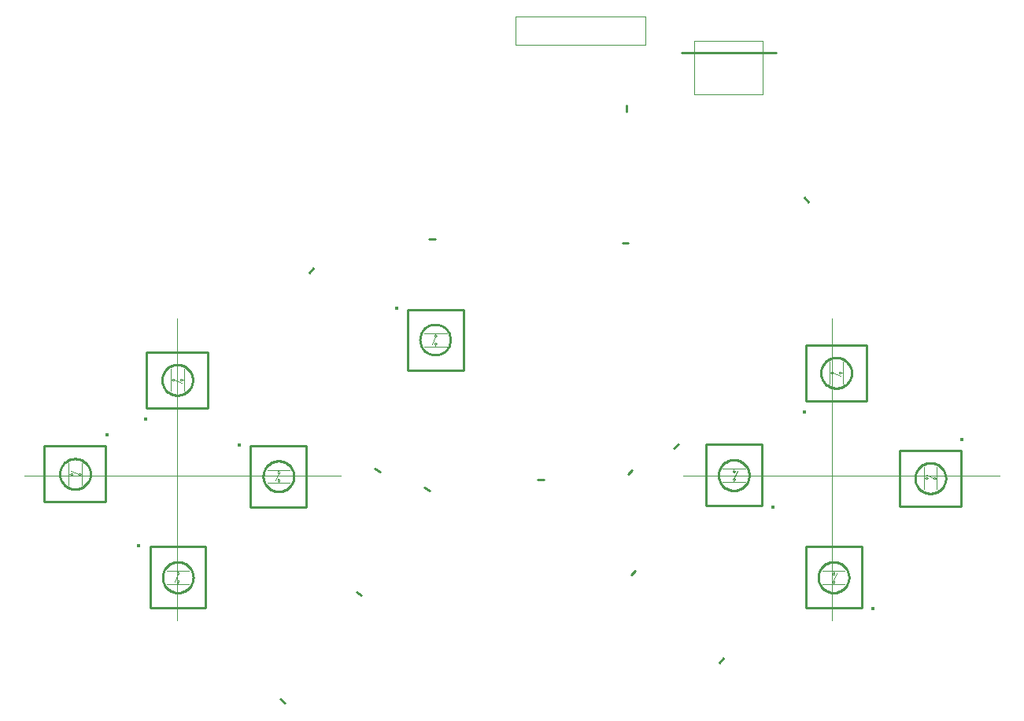
<source format=gbr>
%TF.GenerationSoftware,Novarm,DipTrace,3.0.0.2*%
%TF.CreationDate,2017-10-23T18:09:51+01:00*%
%FSLAX35Y35*%
%MOMM*%
%TF.FileFunction,Drawing,Top*%
%TF.Part,Single*%
%ADD10C,0.25*%
%ADD20C,0.03333*%
%ADD23O,0.4006X0.3995*%
%ADD24C,0.1*%
%ADD25O,0.4002X0.39973*%
%ADD27O,0.39973X0.4002*%
G75*
G01*
%LPD*%
D23*
X5007967Y5531272D3*
X5262951Y5191286D2*
D10*
G02X5262951Y5191286I165043J0D01*
G01*
X5307986Y5261250D2*
D24*
X5548002D1*
X5307986Y5121254D2*
X5548002D1*
X5427994Y5261250D2*
Y5246209D1*
Y5121254D2*
Y5136295D1*
X5418043Y5236238D2*
X5418068Y5236934D1*
X5418140Y5237626D1*
X5418261Y5238311D1*
X5418429Y5238987D1*
X5418644Y5239648D1*
X5418904Y5240294D1*
X5419208Y5240919D1*
X5419555Y5241522D1*
X5419944Y5242099D1*
X5420371Y5242647D1*
X5420836Y5243164D1*
X5421336Y5243648D1*
X5421868Y5244095D1*
X5422430Y5244504D1*
X5423019Y5244873D1*
X5423632Y5245199D1*
X5424266Y5245483D1*
X5424919Y5245721D1*
X5425587Y5245912D1*
X5426266Y5246057D1*
X5426954Y5246154D1*
X5427647Y5246202D1*
X5428341D1*
X5429034Y5246154D1*
X5429722Y5246057D1*
X5430401Y5245912D1*
X5431069Y5245721D1*
X5431722Y5245483D1*
X5432356Y5245199D1*
X5432969Y5244873D1*
X5433558Y5244504D1*
X5434120Y5244095D1*
X5434652Y5243648D1*
X5435152Y5243164D1*
X5435617Y5242647D1*
X5436044Y5242099D1*
X5436433Y5241522D1*
X5436780Y5240919D1*
X5437084Y5240294D1*
X5437345Y5239648D1*
X5437559Y5238987D1*
X5437727Y5238311D1*
X5437848Y5237626D1*
X5437920Y5236934D1*
X5437945Y5236238D1*
X5437920Y5235543D1*
X5437848Y5234851D1*
X5437727Y5234165D1*
X5437559Y5233490D1*
X5437345Y5232828D1*
X5437084Y5232183D1*
X5436780Y5231558D1*
X5436433Y5230955D1*
X5436044Y5230378D1*
X5435617Y5229830D1*
X5435152Y5229313D1*
X5434652Y5228829D1*
X5434120Y5228382D1*
X5433558Y5227973D1*
X5432969Y5227604D1*
X5432356Y5227277D1*
X5431722Y5226994D1*
X5431069Y5226756D1*
X5430401Y5226564D1*
X5429722Y5226420D1*
X5429034Y5226323D1*
X5428341Y5226274D1*
X5427647D1*
X5426954Y5226323D1*
X5426266Y5226420D1*
X5425587Y5226564D1*
X5424919Y5226756D1*
X5424266Y5226994D1*
X5423632Y5227277D1*
X5423019Y5227604D1*
X5422430Y5227973D1*
X5421868Y5228382D1*
X5421336Y5228829D1*
X5420836Y5229313D1*
X5420371Y5229830D1*
X5419944Y5230378D1*
X5419555Y5230955D1*
X5419208Y5231558D1*
X5418904Y5232183D1*
X5418644Y5232828D1*
X5418429Y5233490D1*
X5418261Y5234165D1*
X5418140Y5234851D1*
X5418068Y5235543D1*
X5418043Y5236238D1*
Y5151302D2*
X5418068Y5151998D1*
X5418140Y5152690D1*
X5418261Y5153375D1*
X5418429Y5154050D1*
X5418644Y5154712D1*
X5418904Y5155357D1*
X5419208Y5155983D1*
X5419555Y5156586D1*
X5419944Y5157163D1*
X5420371Y5157711D1*
X5420836Y5158228D1*
X5421336Y5158712D1*
X5421868Y5159159D1*
X5422430Y5159568D1*
X5423019Y5159937D1*
X5423632Y5160263D1*
X5424266Y5160546D1*
X5424919Y5160784D1*
X5425587Y5160976D1*
X5426266Y5161121D1*
X5426954Y5161218D1*
X5427647Y5161266D1*
X5428341D1*
X5429034Y5161218D1*
X5429722Y5161121D1*
X5430401Y5160976D1*
X5431069Y5160784D1*
X5431722Y5160546D1*
X5432356Y5160263D1*
X5432969Y5159937D1*
X5433558Y5159568D1*
X5434120Y5159159D1*
X5434652Y5158712D1*
X5435152Y5158228D1*
X5435617Y5157711D1*
X5436044Y5157163D1*
X5436433Y5156586D1*
X5436780Y5155983D1*
X5437084Y5155357D1*
X5437345Y5154712D1*
X5437559Y5154050D1*
X5437727Y5153375D1*
X5437848Y5152690D1*
X5437920Y5151998D1*
X5437945Y5151302D1*
X5437920Y5150607D1*
X5437848Y5149915D1*
X5437727Y5149229D1*
X5437559Y5148554D1*
X5437345Y5147892D1*
X5437084Y5147247D1*
X5436780Y5146622D1*
X5436433Y5146019D1*
X5436044Y5145442D1*
X5435617Y5144894D1*
X5435152Y5144376D1*
X5434652Y5143893D1*
X5434120Y5143446D1*
X5433558Y5143037D1*
X5432969Y5142668D1*
X5432356Y5142341D1*
X5431722Y5142058D1*
X5431069Y5141820D1*
X5430401Y5141628D1*
X5429722Y5141484D1*
X5429034Y5141387D1*
X5428341Y5141338D1*
X5427647D1*
X5426954Y5141387D1*
X5426266Y5141484D1*
X5425587Y5141628D1*
X5424919Y5141820D1*
X5424266Y5142058D1*
X5423632Y5142341D1*
X5423019Y5142668D1*
X5422430Y5143037D1*
X5421868Y5143446D1*
X5421336Y5143893D1*
X5420836Y5144376D1*
X5420371Y5144894D1*
X5419944Y5145442D1*
X5419555Y5146019D1*
X5419208Y5146622D1*
X5418904Y5147247D1*
X5418644Y5147892D1*
X5418429Y5148554D1*
X5418261Y5149229D1*
X5418140Y5149915D1*
X5418068Y5150607D1*
X5418043Y5151302D1*
X5427994Y5226268D2*
X5392995Y5146231D1*
X5127932Y5521233D2*
D10*
X5727970D1*
Y4861271D1*
X5127932D1*
Y5521233D1*
D25*
X2311010Y4341222D3*
X2485994Y4761280D2*
D10*
X2486396Y4772793D1*
X2487600Y4784249D1*
X2489600Y4795593D1*
X2492386Y4806771D1*
X2495946Y4817726D1*
X2500260Y4828407D1*
X2505309Y4838761D1*
X2511068Y4848737D1*
X2517509Y4858287D1*
X2524600Y4867365D1*
X2532307Y4875925D1*
X2540592Y4883927D1*
X2549415Y4891332D1*
X2558733Y4898103D1*
X2568501Y4904207D1*
X2578670Y4909615D1*
X2589192Y4914301D1*
X2600016Y4918241D1*
X2611087Y4921416D1*
X2622353Y4923811D1*
X2633759Y4925414D1*
X2645249Y4926218D1*
X2656766D1*
X2668256Y4925414D1*
X2679662Y4923811D1*
X2690928Y4921416D1*
X2701999Y4918241D1*
X2712823Y4914301D1*
X2723345Y4909615D1*
X2733514Y4904207D1*
X2743282Y4898103D1*
X2752600Y4891332D1*
X2761423Y4883927D1*
X2769708Y4875925D1*
X2777415Y4867365D1*
X2784506Y4858287D1*
X2790947Y4848737D1*
X2796706Y4838761D1*
X2801755Y4828407D1*
X2806069Y4817726D1*
X2809629Y4806771D1*
X2812415Y4795593D1*
X2814415Y4784249D1*
X2815619Y4772793D1*
X2816021Y4761280D1*
X2815619Y4749768D1*
X2814415Y4738311D1*
X2812415Y4726967D1*
X2809629Y4715789D1*
X2806069Y4704834D1*
X2801755Y4694153D1*
X2796706Y4683799D1*
X2790947Y4673823D1*
X2784506Y4664273D1*
X2777415Y4655196D1*
X2769708Y4646635D1*
X2761423Y4638633D1*
X2752600Y4631228D1*
X2743282Y4624457D1*
X2733514Y4618353D1*
X2723345Y4612945D1*
X2712823Y4608259D1*
X2701999Y4604319D1*
X2690928Y4601144D1*
X2679662Y4598749D1*
X2668256Y4597146D1*
X2656766Y4596342D1*
X2645249D1*
X2633759Y4597146D1*
X2622353Y4598749D1*
X2611087Y4601144D1*
X2600016Y4604319D1*
X2589192Y4608259D1*
X2578670Y4612945D1*
X2568501Y4618353D1*
X2558733Y4624457D1*
X2549415Y4631228D1*
X2540592Y4638633D1*
X2532307Y4646635D1*
X2524600Y4655196D1*
X2517509Y4664273D1*
X2511068Y4673823D1*
X2505309Y4683799D1*
X2500260Y4694153D1*
X2495946Y4704834D1*
X2492386Y4715789D1*
X2489600Y4726967D1*
X2487600Y4738311D1*
X2486396Y4749768D1*
X2485994Y4761280D1*
X2581007Y4641276D2*
D24*
Y4881284D1*
X2721008Y4641276D2*
Y4881284D1*
X2581007Y4761280D2*
X2596049D1*
X2721008D2*
X2705966D1*
X2596049D2*
X2596073Y4761974D1*
X2596146Y4762665D1*
X2596267Y4763349D1*
X2596435Y4764023D1*
X2596650Y4764683D1*
X2596911Y4765327D1*
X2597216Y4765952D1*
X2597564Y4766553D1*
X2597953Y4767129D1*
X2598382Y4767676D1*
X2598847Y4768192D1*
X2599348Y4768675D1*
X2599881Y4769121D1*
X2600444Y4769529D1*
X2601034Y4769897D1*
X2601649Y4770223D1*
X2602284Y4770506D1*
X2602938Y4770743D1*
X2603607Y4770935D1*
X2604288Y4771079D1*
X2604977Y4771176D1*
X2605672Y4771224D1*
X2606367D1*
X2607062Y4771176D1*
X2607751Y4771079D1*
X2608432Y4770935D1*
X2609101Y4770743D1*
X2609755Y4770506D1*
X2610390Y4770223D1*
X2611005Y4769897D1*
X2611595Y4769529D1*
X2612158Y4769121D1*
X2612691Y4768675D1*
X2613192Y4768192D1*
X2613657Y4767676D1*
X2614086Y4767129D1*
X2614475Y4766553D1*
X2614823Y4765952D1*
X2615128Y4765327D1*
X2615389Y4764683D1*
X2615604Y4764023D1*
X2615772Y4763349D1*
X2615893Y4762665D1*
X2615966Y4761974D1*
X2615990Y4761280D1*
X2615966Y4760586D1*
X2615893Y4759895D1*
X2615772Y4759211D1*
X2615604Y4758537D1*
X2615389Y4757877D1*
X2615128Y4757233D1*
X2614823Y4756609D1*
X2614475Y4756007D1*
X2614086Y4755431D1*
X2613657Y4754884D1*
X2613192Y4754368D1*
X2612691Y4753886D1*
X2612158Y4753439D1*
X2611595Y4753031D1*
X2611005Y4752663D1*
X2610390Y4752337D1*
X2609755Y4752054D1*
X2609101Y4751817D1*
X2608432Y4751625D1*
X2607751Y4751481D1*
X2607062Y4751384D1*
X2606367Y4751336D1*
X2605672D1*
X2604977Y4751384D1*
X2604288Y4751481D1*
X2603607Y4751625D1*
X2602938Y4751817D1*
X2602284Y4752054D1*
X2601649Y4752337D1*
X2601034Y4752663D1*
X2600444Y4753031D1*
X2599881Y4753439D1*
X2599348Y4753886D1*
X2598847Y4754368D1*
X2598382Y4754884D1*
X2597953Y4755431D1*
X2597564Y4756007D1*
X2597216Y4756609D1*
X2596911Y4757233D1*
X2596650Y4757877D1*
X2596435Y4758537D1*
X2596267Y4759211D1*
X2596146Y4759895D1*
X2596073Y4760586D1*
X2596049Y4761280D1*
X2680988D2*
X2681012Y4761974D1*
X2681085Y4762665D1*
X2681206Y4763349D1*
X2681374Y4764023D1*
X2681589Y4764683D1*
X2681850Y4765327D1*
X2682155Y4765952D1*
X2682503Y4766553D1*
X2682892Y4767129D1*
X2683321Y4767676D1*
X2683786Y4768192D1*
X2684287Y4768675D1*
X2684820Y4769121D1*
X2685383Y4769529D1*
X2685973Y4769897D1*
X2686588Y4770223D1*
X2687223Y4770506D1*
X2687877Y4770743D1*
X2688546Y4770935D1*
X2689227Y4771079D1*
X2689916Y4771176D1*
X2690611Y4771224D1*
X2691306D1*
X2692001Y4771176D1*
X2692690Y4771079D1*
X2693371Y4770935D1*
X2694040Y4770743D1*
X2694694Y4770506D1*
X2695329Y4770223D1*
X2695944Y4769897D1*
X2696534Y4769529D1*
X2697097Y4769121D1*
X2697630Y4768675D1*
X2698131Y4768192D1*
X2698596Y4767676D1*
X2699025Y4767129D1*
X2699414Y4766553D1*
X2699762Y4765952D1*
X2700067Y4765327D1*
X2700328Y4764683D1*
X2700543Y4764023D1*
X2700711Y4763349D1*
X2700832Y4762665D1*
X2700905Y4761974D1*
X2700929Y4761280D1*
X2700905Y4760586D1*
X2700832Y4759895D1*
X2700711Y4759211D1*
X2700543Y4758537D1*
X2700328Y4757877D1*
X2700067Y4757233D1*
X2699762Y4756609D1*
X2699414Y4756007D1*
X2699025Y4755431D1*
X2698596Y4754884D1*
X2698131Y4754368D1*
X2697630Y4753886D1*
X2697097Y4753439D1*
X2696534Y4753031D1*
X2695944Y4752663D1*
X2695329Y4752337D1*
X2694694Y4752054D1*
X2694040Y4751817D1*
X2693371Y4751625D1*
X2692690Y4751481D1*
X2692001Y4751384D1*
X2691306Y4751336D1*
X2690611D1*
X2689916Y4751384D1*
X2689227Y4751481D1*
X2688546Y4751625D1*
X2687877Y4751817D1*
X2687223Y4752054D1*
X2686588Y4752337D1*
X2685973Y4752663D1*
X2685383Y4753031D1*
X2684820Y4753439D1*
X2684287Y4753886D1*
X2683786Y4754368D1*
X2683321Y4754884D1*
X2682892Y4755431D1*
X2682503Y4756007D1*
X2682155Y4756609D1*
X2681850Y4757233D1*
X2681589Y4757877D1*
X2681374Y4758537D1*
X2681206Y4759211D1*
X2681085Y4759895D1*
X2681012Y4760586D1*
X2680988Y4761280D1*
X2615990D2*
X2696030Y4726282D1*
X2321015Y4461226D2*
D10*
X2981000D1*
Y5061248D1*
X2321015D1*
Y4461226D1*
D25*
X9398510Y4417222D3*
X9573494Y4837280D2*
D10*
X9573896Y4848793D1*
X9575100Y4860249D1*
X9577100Y4871593D1*
X9579886Y4882771D1*
X9583446Y4893726D1*
X9587760Y4904407D1*
X9592809Y4914761D1*
X9598568Y4924737D1*
X9605009Y4934287D1*
X9612100Y4943365D1*
X9619807Y4951925D1*
X9628092Y4959927D1*
X9636915Y4967332D1*
X9646233Y4974103D1*
X9656001Y4980207D1*
X9666170Y4985615D1*
X9676692Y4990301D1*
X9687516Y4994241D1*
X9698587Y4997416D1*
X9709853Y4999811D1*
X9721259Y5001414D1*
X9732749Y5002218D1*
X9744266D1*
X9755756Y5001414D1*
X9767162Y4999811D1*
X9778428Y4997416D1*
X9789499Y4994241D1*
X9800323Y4990301D1*
X9810845Y4985615D1*
X9821014Y4980207D1*
X9830782Y4974103D1*
X9840100Y4967332D1*
X9848923Y4959927D1*
X9857208Y4951925D1*
X9864915Y4943365D1*
X9872006Y4934287D1*
X9878447Y4924737D1*
X9884206Y4914761D1*
X9889255Y4904407D1*
X9893569Y4893726D1*
X9897129Y4882771D1*
X9899915Y4871593D1*
X9901915Y4860249D1*
X9903119Y4848793D1*
X9903521Y4837280D1*
X9903119Y4825768D1*
X9901915Y4814311D1*
X9899915Y4802967D1*
X9897129Y4791789D1*
X9893569Y4780834D1*
X9889255Y4770153D1*
X9884206Y4759799D1*
X9878447Y4749823D1*
X9872006Y4740273D1*
X9864915Y4731196D1*
X9857208Y4722635D1*
X9848923Y4714633D1*
X9840100Y4707228D1*
X9830782Y4700457D1*
X9821014Y4694353D1*
X9810845Y4688945D1*
X9800323Y4684259D1*
X9789499Y4680319D1*
X9778428Y4677144D1*
X9767162Y4674749D1*
X9755756Y4673146D1*
X9744266Y4672342D1*
X9732749D1*
X9721259Y4673146D1*
X9709853Y4674749D1*
X9698587Y4677144D1*
X9687516Y4680319D1*
X9676692Y4684259D1*
X9666170Y4688945D1*
X9656001Y4694353D1*
X9646233Y4700457D1*
X9636915Y4707228D1*
X9628092Y4714633D1*
X9619807Y4722635D1*
X9612100Y4731196D1*
X9605009Y4740273D1*
X9598568Y4749823D1*
X9592809Y4759799D1*
X9587760Y4770153D1*
X9583446Y4780834D1*
X9579886Y4791789D1*
X9577100Y4802967D1*
X9575100Y4814311D1*
X9573896Y4825768D1*
X9573494Y4837280D1*
X9668507Y4717276D2*
D24*
Y4957284D1*
X9808508Y4717276D2*
Y4957284D1*
X9668507Y4837280D2*
X9683549D1*
X9808508D2*
X9793466D1*
X9683549D2*
X9683573Y4837974D1*
X9683646Y4838665D1*
X9683767Y4839349D1*
X9683935Y4840023D1*
X9684150Y4840683D1*
X9684411Y4841327D1*
X9684716Y4841952D1*
X9685064Y4842553D1*
X9685453Y4843129D1*
X9685882Y4843676D1*
X9686347Y4844192D1*
X9686848Y4844675D1*
X9687381Y4845121D1*
X9687944Y4845529D1*
X9688534Y4845897D1*
X9689149Y4846223D1*
X9689784Y4846506D1*
X9690438Y4846743D1*
X9691107Y4846935D1*
X9691788Y4847079D1*
X9692477Y4847176D1*
X9693172Y4847224D1*
X9693867D1*
X9694562Y4847176D1*
X9695251Y4847079D1*
X9695932Y4846935D1*
X9696601Y4846743D1*
X9697255Y4846506D1*
X9697890Y4846223D1*
X9698505Y4845897D1*
X9699095Y4845529D1*
X9699658Y4845121D1*
X9700191Y4844675D1*
X9700692Y4844192D1*
X9701157Y4843676D1*
X9701586Y4843129D1*
X9701975Y4842553D1*
X9702323Y4841952D1*
X9702628Y4841327D1*
X9702889Y4840683D1*
X9703104Y4840023D1*
X9703272Y4839349D1*
X9703393Y4838665D1*
X9703466Y4837974D1*
X9703490Y4837280D1*
X9703466Y4836586D1*
X9703393Y4835895D1*
X9703272Y4835211D1*
X9703104Y4834537D1*
X9702889Y4833877D1*
X9702628Y4833233D1*
X9702323Y4832609D1*
X9701975Y4832007D1*
X9701586Y4831431D1*
X9701157Y4830884D1*
X9700692Y4830368D1*
X9700191Y4829886D1*
X9699658Y4829439D1*
X9699095Y4829031D1*
X9698505Y4828663D1*
X9697890Y4828337D1*
X9697255Y4828054D1*
X9696601Y4827817D1*
X9695932Y4827625D1*
X9695251Y4827481D1*
X9694562Y4827384D1*
X9693867Y4827336D1*
X9693172D1*
X9692477Y4827384D1*
X9691788Y4827481D1*
X9691107Y4827625D1*
X9690438Y4827817D1*
X9689784Y4828054D1*
X9689149Y4828337D1*
X9688534Y4828663D1*
X9687944Y4829031D1*
X9687381Y4829439D1*
X9686848Y4829886D1*
X9686347Y4830368D1*
X9685882Y4830884D1*
X9685453Y4831431D1*
X9685064Y4832007D1*
X9684716Y4832609D1*
X9684411Y4833233D1*
X9684150Y4833877D1*
X9683935Y4834537D1*
X9683767Y4835211D1*
X9683646Y4835895D1*
X9683573Y4836586D1*
X9683549Y4837280D1*
X9768488D2*
X9768512Y4837974D1*
X9768585Y4838665D1*
X9768706Y4839349D1*
X9768874Y4840023D1*
X9769089Y4840683D1*
X9769350Y4841327D1*
X9769655Y4841952D1*
X9770003Y4842553D1*
X9770392Y4843129D1*
X9770821Y4843676D1*
X9771286Y4844192D1*
X9771787Y4844675D1*
X9772320Y4845121D1*
X9772883Y4845529D1*
X9773473Y4845897D1*
X9774088Y4846223D1*
X9774723Y4846506D1*
X9775377Y4846743D1*
X9776046Y4846935D1*
X9776727Y4847079D1*
X9777416Y4847176D1*
X9778111Y4847224D1*
X9778806D1*
X9779501Y4847176D1*
X9780190Y4847079D1*
X9780871Y4846935D1*
X9781540Y4846743D1*
X9782194Y4846506D1*
X9782829Y4846223D1*
X9783444Y4845897D1*
X9784034Y4845529D1*
X9784597Y4845121D1*
X9785130Y4844675D1*
X9785631Y4844192D1*
X9786096Y4843676D1*
X9786525Y4843129D1*
X9786914Y4842553D1*
X9787262Y4841952D1*
X9787567Y4841327D1*
X9787828Y4840683D1*
X9788043Y4840023D1*
X9788211Y4839349D1*
X9788332Y4838665D1*
X9788405Y4837974D1*
X9788429Y4837280D1*
X9788405Y4836586D1*
X9788332Y4835895D1*
X9788211Y4835211D1*
X9788043Y4834537D1*
X9787828Y4833877D1*
X9787567Y4833233D1*
X9787262Y4832609D1*
X9786914Y4832007D1*
X9786525Y4831431D1*
X9786096Y4830884D1*
X9785631Y4830368D1*
X9785130Y4829886D1*
X9784597Y4829439D1*
X9784034Y4829031D1*
X9783444Y4828663D1*
X9782829Y4828337D1*
X9782194Y4828054D1*
X9781540Y4827817D1*
X9780871Y4827625D1*
X9780190Y4827481D1*
X9779501Y4827384D1*
X9778806Y4827336D1*
X9778111D1*
X9777416Y4827384D1*
X9776727Y4827481D1*
X9776046Y4827625D1*
X9775377Y4827817D1*
X9774723Y4828054D1*
X9774088Y4828337D1*
X9773473Y4828663D1*
X9772883Y4829031D1*
X9772320Y4829439D1*
X9771787Y4829886D1*
X9771286Y4830368D1*
X9770821Y4830884D1*
X9770392Y4831431D1*
X9770003Y4832007D1*
X9769655Y4832609D1*
X9769350Y4833233D1*
X9769089Y4833877D1*
X9768874Y4834537D1*
X9768706Y4835211D1*
X9768585Y4835895D1*
X9768512Y4836586D1*
X9768488Y4837280D1*
X9703490D2*
X9783530Y4802282D1*
X9408515Y4537226D2*
D10*
X10068500D1*
Y5137248D1*
X9408515D1*
Y4537226D1*
D27*
X10130550Y2295782D3*
X9545454Y2635780D2*
D10*
X9545856Y2647290D1*
X9547060Y2658745D1*
X9549060Y2670088D1*
X9551847Y2681264D1*
X9555407Y2692218D1*
X9559722Y2702897D1*
X9564772Y2713249D1*
X9570532Y2723224D1*
X9576973Y2732772D1*
X9584066Y2741848D1*
X9591774Y2750408D1*
X9600060Y2758409D1*
X9608884Y2765812D1*
X9618204Y2772582D1*
X9627973Y2778686D1*
X9638144Y2784093D1*
X9648668Y2788778D1*
X9659493Y2792717D1*
X9670566Y2795892D1*
X9681834Y2798286D1*
X9693241Y2799889D1*
X9704732Y2800693D1*
X9716252D1*
X9727743Y2799889D1*
X9739151Y2798286D1*
X9750418Y2795892D1*
X9761492Y2792717D1*
X9772316Y2788778D1*
X9782840Y2784093D1*
X9793011Y2778686D1*
X9802780Y2772582D1*
X9812100Y2765812D1*
X9820924Y2758409D1*
X9829211Y2750408D1*
X9836919Y2741848D1*
X9844011Y2732772D1*
X9850452Y2723224D1*
X9856212Y2713249D1*
X9861262Y2702897D1*
X9865577Y2692218D1*
X9869137Y2681264D1*
X9871924Y2670088D1*
X9873924Y2658745D1*
X9875128Y2647290D1*
X9875530Y2635780D1*
X9875128Y2624269D1*
X9873924Y2612814D1*
X9871924Y2601471D1*
X9869137Y2590296D1*
X9865577Y2579342D1*
X9861262Y2568663D1*
X9856212Y2558311D1*
X9850452Y2548336D1*
X9844011Y2538787D1*
X9836919Y2529711D1*
X9829211Y2521152D1*
X9820924Y2513151D1*
X9812100Y2505747D1*
X9802780Y2498977D1*
X9793011Y2492874D1*
X9782840Y2487467D1*
X9772316Y2482782D1*
X9761492Y2478843D1*
X9750418Y2475668D1*
X9739151Y2473273D1*
X9727743Y2471670D1*
X9716252Y2470867D1*
X9704732D1*
X9693241Y2471670D1*
X9681834Y2473273D1*
X9670566Y2475668D1*
X9659493Y2478843D1*
X9648668Y2482782D1*
X9638144Y2487467D1*
X9627973Y2492874D1*
X9618204Y2498977D1*
X9608884Y2505747D1*
X9600060Y2513151D1*
X9591774Y2521152D1*
X9584066Y2529711D1*
X9576973Y2538787D1*
X9570532Y2548336D1*
X9564772Y2558311D1*
X9559722Y2568663D1*
X9555407Y2579342D1*
X9551847Y2590296D1*
X9549060Y2601471D1*
X9547060Y2612814D1*
X9545856Y2624269D1*
X9545454Y2635780D1*
X9830496Y2565779D2*
D24*
X9590488D1*
X9830496Y2705780D2*
X9590488D1*
X9710492Y2565779D2*
Y2580821D1*
Y2705780D2*
Y2690738D1*
X9700542Y2590792D2*
X9700566Y2591487D1*
X9700639Y2592179D1*
X9700759Y2592865D1*
X9700927Y2593540D1*
X9701142Y2594202D1*
X9701402Y2594847D1*
X9701706Y2595473D1*
X9702054Y2596075D1*
X9702442Y2596652D1*
X9702870Y2597201D1*
X9703334Y2597718D1*
X9703834Y2598201D1*
X9704366Y2598649D1*
X9704928Y2599058D1*
X9705517Y2599426D1*
X9706130Y2599753D1*
X9706765Y2600036D1*
X9707417Y2600274D1*
X9708085Y2600466D1*
X9708764Y2600611D1*
X9709452Y2600708D1*
X9710145Y2600756D1*
X9710839D1*
X9711532Y2600708D1*
X9712220Y2600611D1*
X9712899Y2600466D1*
X9713567Y2600274D1*
X9714220Y2600036D1*
X9714854Y2599753D1*
X9715467Y2599426D1*
X9716056Y2599058D1*
X9716618Y2598649D1*
X9717150Y2598201D1*
X9717650Y2597718D1*
X9718114Y2597201D1*
X9718542Y2596652D1*
X9718930Y2596075D1*
X9719278Y2595473D1*
X9719582Y2594847D1*
X9719842Y2594202D1*
X9720057Y2593540D1*
X9720225Y2592865D1*
X9720346Y2592179D1*
X9720418Y2591487D1*
X9720442Y2590792D1*
X9720418Y2590096D1*
X9720346Y2589404D1*
X9720225Y2588719D1*
X9720057Y2588043D1*
X9719842Y2587382D1*
X9719582Y2586736D1*
X9719278Y2586111D1*
X9718930Y2585508D1*
X9718542Y2584931D1*
X9718114Y2584383D1*
X9717650Y2583866D1*
X9717150Y2583382D1*
X9716618Y2582935D1*
X9716056Y2582526D1*
X9715467Y2582157D1*
X9714854Y2581830D1*
X9714220Y2581547D1*
X9713567Y2581309D1*
X9712899Y2581117D1*
X9712220Y2580973D1*
X9711532Y2580876D1*
X9710839Y2580827D1*
X9710145D1*
X9709452Y2580876D1*
X9708764Y2580973D1*
X9708085Y2581117D1*
X9707417Y2581309D1*
X9706765Y2581547D1*
X9706130Y2581830D1*
X9705517Y2582157D1*
X9704928Y2582526D1*
X9704366Y2582935D1*
X9703834Y2583382D1*
X9703334Y2583866D1*
X9702870Y2584383D1*
X9702442Y2584931D1*
X9702054Y2585508D1*
X9701706Y2586111D1*
X9701402Y2586736D1*
X9701142Y2587382D1*
X9700927Y2588043D1*
X9700759Y2588719D1*
X9700639Y2589404D1*
X9700566Y2590096D1*
X9700542Y2590792D1*
Y2675731D2*
X9700566Y2676426D1*
X9700639Y2677118D1*
X9700759Y2677804D1*
X9700927Y2678479D1*
X9701142Y2679141D1*
X9701402Y2679786D1*
X9701706Y2680412D1*
X9702054Y2681014D1*
X9702442Y2681591D1*
X9702870Y2682140D1*
X9703334Y2682657D1*
X9703834Y2683140D1*
X9704366Y2683588D1*
X9704928Y2683997D1*
X9705517Y2684365D1*
X9706130Y2684692D1*
X9706765Y2684975D1*
X9707417Y2685213D1*
X9708085Y2685405D1*
X9708764Y2685550D1*
X9709452Y2685647D1*
X9710145Y2685695D1*
X9710839D1*
X9711532Y2685647D1*
X9712220Y2685550D1*
X9712899Y2685405D1*
X9713567Y2685213D1*
X9714220Y2684975D1*
X9714854Y2684692D1*
X9715467Y2684365D1*
X9716056Y2683997D1*
X9716618Y2683588D1*
X9717150Y2683140D1*
X9717650Y2682657D1*
X9718114Y2682140D1*
X9718542Y2681591D1*
X9718930Y2681014D1*
X9719278Y2680412D1*
X9719582Y2679786D1*
X9719842Y2679141D1*
X9720057Y2678479D1*
X9720225Y2677804D1*
X9720346Y2677118D1*
X9720418Y2676426D1*
X9720442Y2675731D1*
X9720418Y2675035D1*
X9720346Y2674343D1*
X9720225Y2673658D1*
X9720057Y2672982D1*
X9719842Y2672321D1*
X9719582Y2671675D1*
X9719278Y2671050D1*
X9718930Y2670447D1*
X9718542Y2669870D1*
X9718114Y2669322D1*
X9717650Y2668805D1*
X9717150Y2668321D1*
X9716618Y2667874D1*
X9716056Y2667465D1*
X9715467Y2667096D1*
X9714854Y2666769D1*
X9714220Y2666486D1*
X9713567Y2666248D1*
X9712899Y2666056D1*
X9712220Y2665912D1*
X9711532Y2665815D1*
X9710839Y2665766D1*
X9710145D1*
X9709452Y2665815D1*
X9708764Y2665912D1*
X9708085Y2666056D1*
X9707417Y2666248D1*
X9706765Y2666486D1*
X9706130Y2666769D1*
X9705517Y2667096D1*
X9704928Y2667465D1*
X9704366Y2667874D1*
X9703834Y2668321D1*
X9703334Y2668805D1*
X9702870Y2669322D1*
X9702442Y2669870D1*
X9702054Y2670447D1*
X9701706Y2671050D1*
X9701402Y2671675D1*
X9701142Y2672321D1*
X9700927Y2672982D1*
X9700759Y2673658D1*
X9700639Y2674343D1*
X9700566Y2675035D1*
X9700542Y2675731D1*
X9710492Y2600762D2*
X9745490Y2680802D1*
X10010546Y2305787D2*
D10*
X9410524D1*
Y2965772D1*
X10010546D1*
Y2305787D1*
D25*
X1890990Y4168322D3*
X1385979Y3748264D2*
D10*
X1386381Y3759777D1*
X1387585Y3771233D1*
X1389585Y3782578D1*
X1392371Y3793755D1*
X1395931Y3804711D1*
X1400245Y3815391D1*
X1405294Y3825745D1*
X1411053Y3835721D1*
X1417494Y3845271D1*
X1424585Y3854349D1*
X1432292Y3862909D1*
X1440577Y3870912D1*
X1449400Y3878316D1*
X1458718Y3885087D1*
X1468486Y3891192D1*
X1478655Y3896600D1*
X1489177Y3901285D1*
X1500001Y3905225D1*
X1511072Y3908400D1*
X1522338Y3910795D1*
X1533744Y3912398D1*
X1545234Y3913202D1*
X1556751D1*
X1568241Y3912398D1*
X1579647Y3910795D1*
X1590913Y3908400D1*
X1601984Y3905225D1*
X1612808Y3901285D1*
X1623330Y3896600D1*
X1633499Y3891192D1*
X1643267Y3885087D1*
X1652585Y3878316D1*
X1661408Y3870912D1*
X1669693Y3862909D1*
X1677400Y3854349D1*
X1684491Y3845271D1*
X1690932Y3835721D1*
X1696691Y3825745D1*
X1701740Y3815391D1*
X1706054Y3804711D1*
X1709614Y3793755D1*
X1712400Y3782578D1*
X1714400Y3771233D1*
X1715604Y3759777D1*
X1716006Y3748264D1*
X1715604Y3736752D1*
X1714400Y3725295D1*
X1712400Y3713951D1*
X1709614Y3702774D1*
X1706054Y3691818D1*
X1701740Y3681137D1*
X1696691Y3670784D1*
X1690932Y3660807D1*
X1684491Y3651257D1*
X1677400Y3642180D1*
X1669693Y3633619D1*
X1661408Y3625617D1*
X1652585Y3618212D1*
X1643267Y3611441D1*
X1633499Y3605337D1*
X1623330Y3599929D1*
X1612808Y3595244D1*
X1601984Y3591304D1*
X1590913Y3588129D1*
X1579647Y3585733D1*
X1568241Y3584130D1*
X1556751Y3583327D1*
X1545234D1*
X1533744Y3584130D1*
X1522338Y3585733D1*
X1511072Y3588129D1*
X1500001Y3591304D1*
X1489177Y3595244D1*
X1478655Y3599929D1*
X1468486Y3605337D1*
X1458718Y3611441D1*
X1449400Y3618212D1*
X1440577Y3625617D1*
X1432292Y3633619D1*
X1424585Y3642180D1*
X1417494Y3651257D1*
X1411053Y3660807D1*
X1405294Y3670784D1*
X1400245Y3681137D1*
X1395931Y3691818D1*
X1392371Y3702774D1*
X1389585Y3713951D1*
X1387585Y3725295D1*
X1386381Y3736752D1*
X1385979Y3748264D1*
X1620993Y3868269D2*
D24*
Y3628260D1*
X1480992Y3868269D2*
Y3628260D1*
X1620993Y3748264D2*
X1605951D1*
X1480992D2*
X1496034D1*
X1586010D2*
X1586034Y3748958D1*
X1586107Y3749649D1*
X1586228Y3750333D1*
X1586396Y3751007D1*
X1586611Y3751668D1*
X1586872Y3752311D1*
X1587177Y3752936D1*
X1587525Y3753537D1*
X1587914Y3754113D1*
X1588343Y3754660D1*
X1588808Y3755176D1*
X1589309Y3755659D1*
X1589842Y3756105D1*
X1590405Y3756514D1*
X1590995Y3756882D1*
X1591610Y3757208D1*
X1592245Y3757490D1*
X1592899Y3757728D1*
X1593568Y3757919D1*
X1594249Y3758063D1*
X1594938Y3758160D1*
X1595633Y3758209D1*
X1596328D1*
X1597023Y3758160D1*
X1597712Y3758063D1*
X1598393Y3757919D1*
X1599062Y3757728D1*
X1599716Y3757490D1*
X1600351Y3757208D1*
X1600966Y3756882D1*
X1601556Y3756514D1*
X1602119Y3756105D1*
X1602652Y3755659D1*
X1603153Y3755176D1*
X1603618Y3754660D1*
X1604047Y3754113D1*
X1604436Y3753537D1*
X1604784Y3752936D1*
X1605089Y3752311D1*
X1605350Y3751668D1*
X1605565Y3751007D1*
X1605733Y3750333D1*
X1605854Y3749649D1*
X1605927Y3748958D1*
X1605951Y3748264D1*
X1605927Y3747570D1*
X1605854Y3746880D1*
X1605733Y3746196D1*
X1605565Y3745522D1*
X1605350Y3744861D1*
X1605089Y3744217D1*
X1604784Y3743593D1*
X1604436Y3742991D1*
X1604047Y3742416D1*
X1603618Y3741868D1*
X1603153Y3741352D1*
X1602652Y3740870D1*
X1602119Y3740423D1*
X1601556Y3740015D1*
X1600966Y3739647D1*
X1600351Y3739321D1*
X1599716Y3739039D1*
X1599062Y3738801D1*
X1598393Y3738610D1*
X1597712Y3738465D1*
X1597023Y3738369D1*
X1596328Y3738320D1*
X1595633D1*
X1594938Y3738369D1*
X1594249Y3738465D1*
X1593568Y3738610D1*
X1592899Y3738801D1*
X1592245Y3739039D1*
X1591610Y3739321D1*
X1590995Y3739647D1*
X1590405Y3740015D1*
X1589842Y3740423D1*
X1589309Y3740870D1*
X1588808Y3741352D1*
X1588343Y3741868D1*
X1587914Y3742416D1*
X1587525Y3742991D1*
X1587177Y3743593D1*
X1586872Y3744217D1*
X1586611Y3744861D1*
X1586396Y3745522D1*
X1586228Y3746196D1*
X1586107Y3746880D1*
X1586034Y3747570D1*
X1586010Y3748264D1*
X1501071D2*
X1501095Y3748958D1*
X1501168Y3749649D1*
X1501289Y3750333D1*
X1501457Y3751007D1*
X1501672Y3751668D1*
X1501933Y3752311D1*
X1502238Y3752936D1*
X1502586Y3753537D1*
X1502975Y3754113D1*
X1503404Y3754660D1*
X1503869Y3755176D1*
X1504370Y3755659D1*
X1504903Y3756105D1*
X1505466Y3756514D1*
X1506056Y3756882D1*
X1506671Y3757208D1*
X1507306Y3757490D1*
X1507960Y3757728D1*
X1508629Y3757919D1*
X1509310Y3758063D1*
X1509999Y3758160D1*
X1510694Y3758209D1*
X1511389D1*
X1512084Y3758160D1*
X1512773Y3758063D1*
X1513454Y3757919D1*
X1514123Y3757728D1*
X1514777Y3757490D1*
X1515412Y3757208D1*
X1516027Y3756882D1*
X1516617Y3756514D1*
X1517180Y3756105D1*
X1517713Y3755659D1*
X1518214Y3755176D1*
X1518679Y3754660D1*
X1519108Y3754113D1*
X1519497Y3753537D1*
X1519845Y3752936D1*
X1520150Y3752311D1*
X1520411Y3751668D1*
X1520626Y3751007D1*
X1520794Y3750333D1*
X1520915Y3749649D1*
X1520988Y3748958D1*
X1521012Y3748264D1*
X1520988Y3747570D1*
X1520915Y3746880D1*
X1520794Y3746196D1*
X1520626Y3745522D1*
X1520411Y3744861D1*
X1520150Y3744217D1*
X1519845Y3743593D1*
X1519497Y3742991D1*
X1519108Y3742416D1*
X1518679Y3741868D1*
X1518214Y3741352D1*
X1517713Y3740870D1*
X1517180Y3740423D1*
X1516617Y3740015D1*
X1516027Y3739647D1*
X1515412Y3739321D1*
X1514777Y3739039D1*
X1514123Y3738801D1*
X1513454Y3738610D1*
X1512773Y3738465D1*
X1512084Y3738369D1*
X1511389Y3738320D1*
X1510694D1*
X1509999Y3738369D1*
X1509310Y3738465D1*
X1508629Y3738610D1*
X1507960Y3738801D1*
X1507306Y3739039D1*
X1506671Y3739321D1*
X1506056Y3739647D1*
X1505466Y3740015D1*
X1504903Y3740423D1*
X1504370Y3740870D1*
X1503869Y3741352D1*
X1503404Y3741868D1*
X1502975Y3742416D1*
X1502586Y3742991D1*
X1502238Y3743593D1*
X1501933Y3744217D1*
X1501672Y3744861D1*
X1501457Y3745522D1*
X1501289Y3746196D1*
X1501168Y3746880D1*
X1501095Y3747570D1*
X1501071Y3748264D1*
X1586010D2*
X1505970Y3783262D1*
X1880985Y4048318D2*
D10*
X1221000D1*
Y3448296D1*
X1880985D1*
Y4048318D1*
D27*
X3319450Y4063262D3*
X3574470Y3723265D2*
D10*
X3574872Y3734775D1*
X3576076Y3746230D1*
X3578076Y3757573D1*
X3580863Y3768749D1*
X3584423Y3779703D1*
X3588738Y3790382D1*
X3593788Y3800734D1*
X3599548Y3810709D1*
X3605989Y3820257D1*
X3613081Y3829333D1*
X3620789Y3837893D1*
X3629076Y3845894D1*
X3637900Y3853297D1*
X3647220Y3860067D1*
X3656989Y3866171D1*
X3667160Y3871578D1*
X3677684Y3876263D1*
X3688508Y3880202D1*
X3699582Y3883377D1*
X3710849Y3885771D1*
X3722257Y3887374D1*
X3733748Y3888178D1*
X3745268D1*
X3756759Y3887374D1*
X3768166Y3885771D1*
X3779434Y3883377D1*
X3790507Y3880202D1*
X3801332Y3876263D1*
X3811856Y3871578D1*
X3822027Y3866171D1*
X3831796Y3860067D1*
X3841116Y3853297D1*
X3849940Y3845894D1*
X3858226Y3837893D1*
X3865934Y3829333D1*
X3873027Y3820257D1*
X3879468Y3810709D1*
X3885228Y3800734D1*
X3890278Y3790382D1*
X3894593Y3779703D1*
X3898153Y3768749D1*
X3900940Y3757573D1*
X3902940Y3746230D1*
X3904144Y3734775D1*
X3904546Y3723265D1*
X3904144Y3711754D1*
X3902940Y3700299D1*
X3900940Y3688956D1*
X3898153Y3677781D1*
X3894593Y3666827D1*
X3890278Y3656148D1*
X3885228Y3645796D1*
X3879468Y3635821D1*
X3873027Y3626272D1*
X3865934Y3617196D1*
X3858226Y3608637D1*
X3849940Y3600636D1*
X3841116Y3593232D1*
X3831796Y3586462D1*
X3822027Y3580359D1*
X3811856Y3574952D1*
X3801332Y3570267D1*
X3790507Y3566328D1*
X3779434Y3563153D1*
X3768166Y3560758D1*
X3756759Y3559155D1*
X3745268Y3558352D1*
X3733748D1*
X3722257Y3559155D1*
X3710849Y3560758D1*
X3699582Y3563153D1*
X3688508Y3566328D1*
X3677684Y3570267D1*
X3667160Y3574952D1*
X3656989Y3580359D1*
X3647220Y3586462D1*
X3637900Y3593232D1*
X3629076Y3600636D1*
X3620789Y3608637D1*
X3613081Y3617196D1*
X3605989Y3626272D1*
X3599548Y3635821D1*
X3593788Y3645796D1*
X3588738Y3656148D1*
X3584423Y3666827D1*
X3580863Y3677781D1*
X3578076Y3688956D1*
X3576076Y3700299D1*
X3574872Y3711754D1*
X3574470Y3723265D1*
X3619504Y3793265D2*
D24*
X3859512D1*
X3619504Y3653264D2*
X3859512D1*
X3739508Y3793265D2*
Y3778223D1*
Y3653264D2*
Y3668306D1*
X3729558Y3768253D2*
X3729582Y3768948D1*
X3729654Y3769640D1*
X3729775Y3770326D1*
X3729943Y3771001D1*
X3730158Y3771663D1*
X3730418Y3772308D1*
X3730722Y3772934D1*
X3731070Y3773536D1*
X3731458Y3774113D1*
X3731886Y3774662D1*
X3732350Y3775179D1*
X3732850Y3775662D1*
X3733382Y3776110D1*
X3733944Y3776519D1*
X3734533Y3776887D1*
X3735146Y3777214D1*
X3735780Y3777497D1*
X3736433Y3777735D1*
X3737101Y3777927D1*
X3737780Y3778072D1*
X3738468Y3778169D1*
X3739161Y3778217D1*
X3739855D1*
X3740548Y3778169D1*
X3741236Y3778072D1*
X3741915Y3777927D1*
X3742583Y3777735D1*
X3743235Y3777497D1*
X3743870Y3777214D1*
X3744483Y3776887D1*
X3745072Y3776519D1*
X3745634Y3776110D1*
X3746166Y3775662D1*
X3746666Y3775179D1*
X3747130Y3774662D1*
X3747558Y3774113D1*
X3747946Y3773536D1*
X3748294Y3772934D1*
X3748598Y3772308D1*
X3748858Y3771663D1*
X3749073Y3771001D1*
X3749241Y3770326D1*
X3749361Y3769640D1*
X3749434Y3768948D1*
X3749458Y3768253D1*
X3749434Y3767557D1*
X3749361Y3766865D1*
X3749241Y3766180D1*
X3749073Y3765504D1*
X3748858Y3764843D1*
X3748598Y3764197D1*
X3748294Y3763572D1*
X3747946Y3762969D1*
X3747558Y3762392D1*
X3747130Y3761844D1*
X3746666Y3761327D1*
X3746166Y3760843D1*
X3745634Y3760396D1*
X3745072Y3759987D1*
X3744483Y3759618D1*
X3743870Y3759291D1*
X3743235Y3759008D1*
X3742583Y3758770D1*
X3741915Y3758578D1*
X3741236Y3758434D1*
X3740548Y3758337D1*
X3739855Y3758288D1*
X3739161D1*
X3738468Y3758337D1*
X3737780Y3758434D1*
X3737101Y3758578D1*
X3736433Y3758770D1*
X3735780Y3759008D1*
X3735146Y3759291D1*
X3734533Y3759618D1*
X3733944Y3759987D1*
X3733382Y3760396D1*
X3732850Y3760843D1*
X3732350Y3761327D1*
X3731886Y3761844D1*
X3731458Y3762392D1*
X3731070Y3762969D1*
X3730722Y3763572D1*
X3730418Y3764197D1*
X3730158Y3764843D1*
X3729943Y3765504D1*
X3729775Y3766180D1*
X3729654Y3766865D1*
X3729582Y3767557D1*
X3729558Y3768253D1*
Y3683314D2*
X3729582Y3684009D1*
X3729654Y3684701D1*
X3729775Y3685387D1*
X3729943Y3686062D1*
X3730158Y3686724D1*
X3730418Y3687369D1*
X3730722Y3687995D1*
X3731070Y3688597D1*
X3731458Y3689174D1*
X3731886Y3689723D1*
X3732350Y3690240D1*
X3732850Y3690723D1*
X3733382Y3691171D1*
X3733944Y3691580D1*
X3734533Y3691948D1*
X3735146Y3692275D1*
X3735780Y3692558D1*
X3736433Y3692796D1*
X3737101Y3692988D1*
X3737780Y3693133D1*
X3738468Y3693230D1*
X3739161Y3693278D1*
X3739855D1*
X3740548Y3693230D1*
X3741236Y3693133D1*
X3741915Y3692988D1*
X3742583Y3692796D1*
X3743235Y3692558D1*
X3743870Y3692275D1*
X3744483Y3691948D1*
X3745072Y3691580D1*
X3745634Y3691171D1*
X3746166Y3690723D1*
X3746666Y3690240D1*
X3747130Y3689723D1*
X3747558Y3689174D1*
X3747946Y3688597D1*
X3748294Y3687995D1*
X3748598Y3687369D1*
X3748858Y3686724D1*
X3749073Y3686062D1*
X3749241Y3685387D1*
X3749361Y3684701D1*
X3749434Y3684009D1*
X3749458Y3683314D1*
X3749434Y3682618D1*
X3749361Y3681926D1*
X3749241Y3681241D1*
X3749073Y3680565D1*
X3748858Y3679904D1*
X3748598Y3679258D1*
X3748294Y3678633D1*
X3747946Y3678030D1*
X3747558Y3677453D1*
X3747130Y3676905D1*
X3746666Y3676388D1*
X3746166Y3675904D1*
X3745634Y3675457D1*
X3745072Y3675048D1*
X3744483Y3674679D1*
X3743870Y3674352D1*
X3743235Y3674069D1*
X3742583Y3673831D1*
X3741915Y3673639D1*
X3741236Y3673495D1*
X3740548Y3673398D1*
X3739855Y3673349D1*
X3739161D1*
X3738468Y3673398D1*
X3737780Y3673495D1*
X3737101Y3673639D1*
X3736433Y3673831D1*
X3735780Y3674069D1*
X3735146Y3674352D1*
X3734533Y3674679D1*
X3733944Y3675048D1*
X3733382Y3675457D1*
X3732850Y3675904D1*
X3732350Y3676388D1*
X3731886Y3676905D1*
X3731458Y3677453D1*
X3731070Y3678030D1*
X3730722Y3678633D1*
X3730418Y3679258D1*
X3730158Y3679904D1*
X3729943Y3680565D1*
X3729775Y3681241D1*
X3729654Y3681926D1*
X3729582Y3682618D1*
X3729558Y3683314D1*
X3739508Y3758282D2*
X3704510Y3678242D1*
X3439454Y4053257D2*
D10*
X4039476D1*
Y3393272D1*
X3439454D1*
Y4053257D1*
D27*
X9057050Y3395782D3*
X8471954Y3735780D2*
D10*
X8472356Y3747290D1*
X8473560Y3758745D1*
X8475560Y3770088D1*
X8478347Y3781264D1*
X8481907Y3792218D1*
X8486222Y3802897D1*
X8491272Y3813249D1*
X8497032Y3823224D1*
X8503473Y3832772D1*
X8510566Y3841848D1*
X8518274Y3850408D1*
X8526560Y3858409D1*
X8535384Y3865812D1*
X8544704Y3872582D1*
X8554473Y3878686D1*
X8564644Y3884093D1*
X8575168Y3888778D1*
X8585993Y3892717D1*
X8597066Y3895892D1*
X8608334Y3898286D1*
X8619741Y3899889D1*
X8631232Y3900693D1*
X8642752D1*
X8654243Y3899889D1*
X8665651Y3898286D1*
X8676918Y3895892D1*
X8687992Y3892717D1*
X8698816Y3888778D1*
X8709340Y3884093D1*
X8719511Y3878686D1*
X8729280Y3872582D1*
X8738600Y3865812D1*
X8747424Y3858409D1*
X8755711Y3850408D1*
X8763419Y3841848D1*
X8770511Y3832772D1*
X8776952Y3823224D1*
X8782712Y3813249D1*
X8787762Y3802897D1*
X8792077Y3792218D1*
X8795637Y3781264D1*
X8798424Y3770088D1*
X8800424Y3758745D1*
X8801628Y3747290D1*
X8802030Y3735780D1*
X8801628Y3724269D1*
X8800424Y3712814D1*
X8798424Y3701471D1*
X8795637Y3690296D1*
X8792077Y3679342D1*
X8787762Y3668663D1*
X8782712Y3658311D1*
X8776952Y3648336D1*
X8770511Y3638787D1*
X8763419Y3629711D1*
X8755711Y3621152D1*
X8747424Y3613151D1*
X8738600Y3605747D1*
X8729280Y3598977D1*
X8719511Y3592874D1*
X8709340Y3587467D1*
X8698816Y3582782D1*
X8687992Y3578843D1*
X8676918Y3575668D1*
X8665651Y3573273D1*
X8654243Y3571670D1*
X8642752Y3570867D1*
X8631232D1*
X8619741Y3571670D1*
X8608334Y3573273D1*
X8597066Y3575668D1*
X8585993Y3578843D1*
X8575168Y3582782D1*
X8564644Y3587467D1*
X8554473Y3592874D1*
X8544704Y3598977D1*
X8535384Y3605747D1*
X8526560Y3613151D1*
X8518274Y3621152D1*
X8510566Y3629711D1*
X8503473Y3638787D1*
X8497032Y3648336D1*
X8491272Y3658311D1*
X8486222Y3668663D1*
X8481907Y3679342D1*
X8478347Y3690296D1*
X8475560Y3701471D1*
X8473560Y3712814D1*
X8472356Y3724269D1*
X8471954Y3735780D1*
X8756996Y3665779D2*
D24*
X8516988D1*
X8756996Y3805780D2*
X8516988D1*
X8636992Y3665779D2*
Y3680821D1*
Y3805780D2*
Y3790738D1*
X8627042Y3690792D2*
X8627066Y3691487D1*
X8627139Y3692179D1*
X8627259Y3692865D1*
X8627427Y3693540D1*
X8627642Y3694202D1*
X8627902Y3694847D1*
X8628206Y3695473D1*
X8628554Y3696075D1*
X8628942Y3696652D1*
X8629370Y3697201D1*
X8629834Y3697718D1*
X8630334Y3698201D1*
X8630866Y3698649D1*
X8631428Y3699058D1*
X8632017Y3699426D1*
X8632630Y3699753D1*
X8633265Y3700036D1*
X8633917Y3700274D1*
X8634585Y3700466D1*
X8635264Y3700611D1*
X8635952Y3700708D1*
X8636645Y3700756D1*
X8637339D1*
X8638032Y3700708D1*
X8638720Y3700611D1*
X8639399Y3700466D1*
X8640067Y3700274D1*
X8640720Y3700036D1*
X8641354Y3699753D1*
X8641967Y3699426D1*
X8642556Y3699058D1*
X8643118Y3698649D1*
X8643650Y3698201D1*
X8644150Y3697718D1*
X8644614Y3697201D1*
X8645042Y3696652D1*
X8645430Y3696075D1*
X8645778Y3695473D1*
X8646082Y3694847D1*
X8646342Y3694202D1*
X8646557Y3693540D1*
X8646725Y3692865D1*
X8646846Y3692179D1*
X8646918Y3691487D1*
X8646942Y3690792D1*
X8646918Y3690096D1*
X8646846Y3689404D1*
X8646725Y3688719D1*
X8646557Y3688043D1*
X8646342Y3687382D1*
X8646082Y3686736D1*
X8645778Y3686111D1*
X8645430Y3685508D1*
X8645042Y3684931D1*
X8644614Y3684383D1*
X8644150Y3683866D1*
X8643650Y3683382D1*
X8643118Y3682935D1*
X8642556Y3682526D1*
X8641967Y3682157D1*
X8641354Y3681830D1*
X8640720Y3681547D1*
X8640067Y3681309D1*
X8639399Y3681117D1*
X8638720Y3680973D1*
X8638032Y3680876D1*
X8637339Y3680827D1*
X8636645D1*
X8635952Y3680876D1*
X8635264Y3680973D1*
X8634585Y3681117D1*
X8633917Y3681309D1*
X8633265Y3681547D1*
X8632630Y3681830D1*
X8632017Y3682157D1*
X8631428Y3682526D1*
X8630866Y3682935D1*
X8630334Y3683382D1*
X8629834Y3683866D1*
X8629370Y3684383D1*
X8628942Y3684931D1*
X8628554Y3685508D1*
X8628206Y3686111D1*
X8627902Y3686736D1*
X8627642Y3687382D1*
X8627427Y3688043D1*
X8627259Y3688719D1*
X8627139Y3689404D1*
X8627066Y3690096D1*
X8627042Y3690792D1*
Y3775731D2*
X8627066Y3776426D1*
X8627139Y3777118D1*
X8627259Y3777804D1*
X8627427Y3778479D1*
X8627642Y3779141D1*
X8627902Y3779786D1*
X8628206Y3780412D1*
X8628554Y3781014D1*
X8628942Y3781591D1*
X8629370Y3782140D1*
X8629834Y3782657D1*
X8630334Y3783140D1*
X8630866Y3783588D1*
X8631428Y3783997D1*
X8632017Y3784365D1*
X8632630Y3784692D1*
X8633265Y3784975D1*
X8633917Y3785213D1*
X8634585Y3785405D1*
X8635264Y3785550D1*
X8635952Y3785647D1*
X8636645Y3785695D1*
X8637339D1*
X8638032Y3785647D1*
X8638720Y3785550D1*
X8639399Y3785405D1*
X8640067Y3785213D1*
X8640720Y3784975D1*
X8641354Y3784692D1*
X8641967Y3784365D1*
X8642556Y3783997D1*
X8643118Y3783588D1*
X8643650Y3783140D1*
X8644150Y3782657D1*
X8644614Y3782140D1*
X8645042Y3781591D1*
X8645430Y3781014D1*
X8645778Y3780412D1*
X8646082Y3779786D1*
X8646342Y3779141D1*
X8646557Y3778479D1*
X8646725Y3777804D1*
X8646846Y3777118D1*
X8646918Y3776426D1*
X8646942Y3775731D1*
X8646918Y3775035D1*
X8646846Y3774343D1*
X8646725Y3773658D1*
X8646557Y3772982D1*
X8646342Y3772321D1*
X8646082Y3771675D1*
X8645778Y3771050D1*
X8645430Y3770447D1*
X8645042Y3769870D1*
X8644614Y3769322D1*
X8644150Y3768805D1*
X8643650Y3768321D1*
X8643118Y3767874D1*
X8642556Y3767465D1*
X8641967Y3767096D1*
X8641354Y3766769D1*
X8640720Y3766486D1*
X8640067Y3766248D1*
X8639399Y3766056D1*
X8638720Y3765912D1*
X8638032Y3765815D1*
X8637339Y3765766D1*
X8636645D1*
X8635952Y3765815D1*
X8635264Y3765912D1*
X8634585Y3766056D1*
X8633917Y3766248D1*
X8633265Y3766486D1*
X8632630Y3766769D1*
X8632017Y3767096D1*
X8631428Y3767465D1*
X8630866Y3767874D1*
X8630334Y3768321D1*
X8629834Y3768805D1*
X8629370Y3769322D1*
X8628942Y3769870D1*
X8628554Y3770447D1*
X8628206Y3771050D1*
X8627902Y3771675D1*
X8627642Y3772321D1*
X8627427Y3772982D1*
X8627259Y3773658D1*
X8627139Y3774343D1*
X8627066Y3775035D1*
X8627042Y3775731D1*
X8636992Y3700762D2*
X8671990Y3780802D1*
X8937046Y3405787D2*
D10*
X8337024D1*
Y4065772D1*
X8937046D1*
Y3405787D1*
D25*
X11090990Y4123322D3*
X10585979Y3703264D2*
D10*
X10586381Y3714777D1*
X10587585Y3726233D1*
X10589585Y3737578D1*
X10592371Y3748755D1*
X10595931Y3759711D1*
X10600245Y3770391D1*
X10605294Y3780745D1*
X10611053Y3790721D1*
X10617494Y3800271D1*
X10624585Y3809349D1*
X10632292Y3817909D1*
X10640577Y3825912D1*
X10649400Y3833316D1*
X10658718Y3840087D1*
X10668486Y3846192D1*
X10678655Y3851600D1*
X10689177Y3856285D1*
X10700001Y3860225D1*
X10711072Y3863400D1*
X10722338Y3865795D1*
X10733744Y3867398D1*
X10745234Y3868202D1*
X10756751D1*
X10768241Y3867398D1*
X10779647Y3865795D1*
X10790913Y3863400D1*
X10801984Y3860225D1*
X10812808Y3856285D1*
X10823330Y3851600D1*
X10833499Y3846192D1*
X10843267Y3840087D1*
X10852585Y3833316D1*
X10861408Y3825912D1*
X10869693Y3817909D1*
X10877400Y3809349D1*
X10884491Y3800271D1*
X10890932Y3790721D1*
X10896691Y3780745D1*
X10901740Y3770391D1*
X10906054Y3759711D1*
X10909614Y3748755D1*
X10912400Y3737578D1*
X10914400Y3726233D1*
X10915604Y3714777D1*
X10916006Y3703264D1*
X10915604Y3691752D1*
X10914400Y3680295D1*
X10912400Y3668951D1*
X10909614Y3657774D1*
X10906054Y3646818D1*
X10901740Y3636137D1*
X10896691Y3625784D1*
X10890932Y3615807D1*
X10884491Y3606257D1*
X10877400Y3597180D1*
X10869693Y3588619D1*
X10861408Y3580617D1*
X10852585Y3573212D1*
X10843267Y3566441D1*
X10833499Y3560337D1*
X10823330Y3554929D1*
X10812808Y3550244D1*
X10801984Y3546304D1*
X10790913Y3543129D1*
X10779647Y3540733D1*
X10768241Y3539130D1*
X10756751Y3538327D1*
X10745234D1*
X10733744Y3539130D1*
X10722338Y3540733D1*
X10711072Y3543129D1*
X10700001Y3546304D1*
X10689177Y3550244D1*
X10678655Y3554929D1*
X10668486Y3560337D1*
X10658718Y3566441D1*
X10649400Y3573212D1*
X10640577Y3580617D1*
X10632292Y3588619D1*
X10624585Y3597180D1*
X10617494Y3606257D1*
X10611053Y3615807D1*
X10605294Y3625784D1*
X10600245Y3636137D1*
X10595931Y3646818D1*
X10592371Y3657774D1*
X10589585Y3668951D1*
X10587585Y3680295D1*
X10586381Y3691752D1*
X10585979Y3703264D1*
X10820993Y3823269D2*
D24*
Y3583260D1*
X10680992Y3823269D2*
Y3583260D1*
X10820993Y3703264D2*
X10805951D1*
X10680992D2*
X10696034D1*
X10786010D2*
X10786034Y3703958D1*
X10786107Y3704649D1*
X10786228Y3705333D1*
X10786396Y3706007D1*
X10786611Y3706668D1*
X10786872Y3707311D1*
X10787177Y3707936D1*
X10787525Y3708537D1*
X10787914Y3709113D1*
X10788343Y3709660D1*
X10788808Y3710176D1*
X10789309Y3710659D1*
X10789842Y3711105D1*
X10790405Y3711514D1*
X10790995Y3711882D1*
X10791610Y3712208D1*
X10792245Y3712490D1*
X10792899Y3712728D1*
X10793568Y3712919D1*
X10794249Y3713063D1*
X10794938Y3713160D1*
X10795633Y3713209D1*
X10796328D1*
X10797023Y3713160D1*
X10797712Y3713063D1*
X10798393Y3712919D1*
X10799062Y3712728D1*
X10799716Y3712490D1*
X10800351Y3712208D1*
X10800966Y3711882D1*
X10801556Y3711514D1*
X10802119Y3711105D1*
X10802652Y3710659D1*
X10803153Y3710176D1*
X10803618Y3709660D1*
X10804047Y3709113D1*
X10804436Y3708537D1*
X10804784Y3707936D1*
X10805089Y3707311D1*
X10805350Y3706668D1*
X10805565Y3706007D1*
X10805733Y3705333D1*
X10805854Y3704649D1*
X10805927Y3703958D1*
X10805951Y3703264D1*
X10805927Y3702570D1*
X10805854Y3701880D1*
X10805733Y3701196D1*
X10805565Y3700522D1*
X10805350Y3699861D1*
X10805089Y3699217D1*
X10804784Y3698593D1*
X10804436Y3697991D1*
X10804047Y3697416D1*
X10803618Y3696868D1*
X10803153Y3696352D1*
X10802652Y3695870D1*
X10802119Y3695423D1*
X10801556Y3695015D1*
X10800966Y3694647D1*
X10800351Y3694321D1*
X10799716Y3694039D1*
X10799062Y3693801D1*
X10798393Y3693610D1*
X10797712Y3693465D1*
X10797023Y3693369D1*
X10796328Y3693320D1*
X10795633D1*
X10794938Y3693369D1*
X10794249Y3693465D1*
X10793568Y3693610D1*
X10792899Y3693801D1*
X10792245Y3694039D1*
X10791610Y3694321D1*
X10790995Y3694647D1*
X10790405Y3695015D1*
X10789842Y3695423D1*
X10789309Y3695870D1*
X10788808Y3696352D1*
X10788343Y3696868D1*
X10787914Y3697416D1*
X10787525Y3697991D1*
X10787177Y3698593D1*
X10786872Y3699217D1*
X10786611Y3699861D1*
X10786396Y3700522D1*
X10786228Y3701196D1*
X10786107Y3701880D1*
X10786034Y3702570D1*
X10786010Y3703264D1*
X10701071D2*
X10701095Y3703958D1*
X10701168Y3704649D1*
X10701289Y3705333D1*
X10701457Y3706007D1*
X10701672Y3706668D1*
X10701933Y3707311D1*
X10702238Y3707936D1*
X10702586Y3708537D1*
X10702975Y3709113D1*
X10703404Y3709660D1*
X10703869Y3710176D1*
X10704370Y3710659D1*
X10704903Y3711105D1*
X10705466Y3711514D1*
X10706056Y3711882D1*
X10706671Y3712208D1*
X10707306Y3712490D1*
X10707960Y3712728D1*
X10708629Y3712919D1*
X10709310Y3713063D1*
X10709999Y3713160D1*
X10710694Y3713209D1*
X10711389D1*
X10712084Y3713160D1*
X10712773Y3713063D1*
X10713454Y3712919D1*
X10714123Y3712728D1*
X10714777Y3712490D1*
X10715412Y3712208D1*
X10716027Y3711882D1*
X10716617Y3711514D1*
X10717180Y3711105D1*
X10717713Y3710659D1*
X10718214Y3710176D1*
X10718679Y3709660D1*
X10719108Y3709113D1*
X10719497Y3708537D1*
X10719845Y3707936D1*
X10720150Y3707311D1*
X10720411Y3706668D1*
X10720626Y3706007D1*
X10720794Y3705333D1*
X10720915Y3704649D1*
X10720988Y3703958D1*
X10721012Y3703264D1*
X10720988Y3702570D1*
X10720915Y3701880D1*
X10720794Y3701196D1*
X10720626Y3700522D1*
X10720411Y3699861D1*
X10720150Y3699217D1*
X10719845Y3698593D1*
X10719497Y3697991D1*
X10719108Y3697416D1*
X10718679Y3696868D1*
X10718214Y3696352D1*
X10717713Y3695870D1*
X10717180Y3695423D1*
X10716617Y3695015D1*
X10716027Y3694647D1*
X10715412Y3694321D1*
X10714777Y3694039D1*
X10714123Y3693801D1*
X10713454Y3693610D1*
X10712773Y3693465D1*
X10712084Y3693369D1*
X10711389Y3693320D1*
X10710694D1*
X10709999Y3693369D1*
X10709310Y3693465D1*
X10708629Y3693610D1*
X10707960Y3693801D1*
X10707306Y3694039D1*
X10706671Y3694321D1*
X10706056Y3694647D1*
X10705466Y3695015D1*
X10704903Y3695423D1*
X10704370Y3695870D1*
X10703869Y3696352D1*
X10703404Y3696868D1*
X10702975Y3697416D1*
X10702586Y3697991D1*
X10702238Y3698593D1*
X10701933Y3699217D1*
X10701672Y3699861D1*
X10701457Y3700522D1*
X10701289Y3701196D1*
X10701168Y3701880D1*
X10701095Y3702570D1*
X10701071Y3703264D1*
X10786010D2*
X10705970Y3738262D1*
X11080985Y4003318D2*
D10*
X10421000D1*
Y3403296D1*
X11080985D1*
Y4003318D1*
D27*
X2236450Y2975762D3*
X2491470Y2635765D2*
D10*
X2491872Y2647275D1*
X2493076Y2658730D1*
X2495076Y2670073D1*
X2497863Y2681249D1*
X2501423Y2692203D1*
X2505738Y2702882D1*
X2510788Y2713234D1*
X2516548Y2723209D1*
X2522989Y2732757D1*
X2530081Y2741833D1*
X2537789Y2750393D1*
X2546076Y2758394D1*
X2554900Y2765797D1*
X2564220Y2772567D1*
X2573989Y2778671D1*
X2584160Y2784078D1*
X2594684Y2788763D1*
X2605508Y2792702D1*
X2616582Y2795877D1*
X2627849Y2798271D1*
X2639257Y2799874D1*
X2650748Y2800678D1*
X2662268D1*
X2673759Y2799874D1*
X2685166Y2798271D1*
X2696434Y2795877D1*
X2707507Y2792702D1*
X2718332Y2788763D1*
X2728856Y2784078D1*
X2739027Y2778671D1*
X2748796Y2772567D1*
X2758116Y2765797D1*
X2766940Y2758394D1*
X2775226Y2750393D1*
X2782934Y2741833D1*
X2790027Y2732757D1*
X2796468Y2723209D1*
X2802228Y2713234D1*
X2807278Y2702882D1*
X2811593Y2692203D1*
X2815153Y2681249D1*
X2817940Y2670073D1*
X2819940Y2658730D1*
X2821144Y2647275D1*
X2821546Y2635765D1*
X2821144Y2624254D1*
X2819940Y2612799D1*
X2817940Y2601456D1*
X2815153Y2590281D1*
X2811593Y2579327D1*
X2807278Y2568648D1*
X2802228Y2558296D1*
X2796468Y2548321D1*
X2790027Y2538772D1*
X2782934Y2529696D1*
X2775226Y2521137D1*
X2766940Y2513136D1*
X2758116Y2505732D1*
X2748796Y2498962D1*
X2739027Y2492859D1*
X2728856Y2487452D1*
X2718332Y2482767D1*
X2707507Y2478828D1*
X2696434Y2475653D1*
X2685166Y2473258D1*
X2673759Y2471655D1*
X2662268Y2470852D1*
X2650748D1*
X2639257Y2471655D1*
X2627849Y2473258D1*
X2616582Y2475653D1*
X2605508Y2478828D1*
X2594684Y2482767D1*
X2584160Y2487452D1*
X2573989Y2492859D1*
X2564220Y2498962D1*
X2554900Y2505732D1*
X2546076Y2513136D1*
X2537789Y2521137D1*
X2530081Y2529696D1*
X2522989Y2538772D1*
X2516548Y2548321D1*
X2510788Y2558296D1*
X2505738Y2568648D1*
X2501423Y2579327D1*
X2497863Y2590281D1*
X2495076Y2601456D1*
X2493076Y2612799D1*
X2491872Y2624254D1*
X2491470Y2635765D1*
X2536504Y2705765D2*
D24*
X2776512D1*
X2536504Y2565764D2*
X2776512D1*
X2656508Y2705765D2*
Y2690723D1*
Y2565764D2*
Y2580806D1*
X2646558Y2680753D2*
X2646582Y2681448D1*
X2646654Y2682140D1*
X2646775Y2682826D1*
X2646943Y2683501D1*
X2647158Y2684163D1*
X2647418Y2684808D1*
X2647722Y2685434D1*
X2648070Y2686036D1*
X2648458Y2686613D1*
X2648886Y2687162D1*
X2649350Y2687679D1*
X2649850Y2688162D1*
X2650382Y2688610D1*
X2650944Y2689019D1*
X2651533Y2689387D1*
X2652146Y2689714D1*
X2652780Y2689997D1*
X2653433Y2690235D1*
X2654101Y2690427D1*
X2654780Y2690572D1*
X2655468Y2690669D1*
X2656161Y2690717D1*
X2656855D1*
X2657548Y2690669D1*
X2658236Y2690572D1*
X2658915Y2690427D1*
X2659583Y2690235D1*
X2660235Y2689997D1*
X2660870Y2689714D1*
X2661483Y2689387D1*
X2662072Y2689019D1*
X2662634Y2688610D1*
X2663166Y2688162D1*
X2663666Y2687679D1*
X2664130Y2687162D1*
X2664558Y2686613D1*
X2664946Y2686036D1*
X2665294Y2685434D1*
X2665598Y2684808D1*
X2665858Y2684163D1*
X2666073Y2683501D1*
X2666241Y2682826D1*
X2666361Y2682140D1*
X2666434Y2681448D1*
X2666458Y2680753D1*
X2666434Y2680057D1*
X2666361Y2679365D1*
X2666241Y2678680D1*
X2666073Y2678004D1*
X2665858Y2677343D1*
X2665598Y2676697D1*
X2665294Y2676072D1*
X2664946Y2675469D1*
X2664558Y2674892D1*
X2664130Y2674344D1*
X2663666Y2673827D1*
X2663166Y2673343D1*
X2662634Y2672896D1*
X2662072Y2672487D1*
X2661483Y2672118D1*
X2660870Y2671791D1*
X2660235Y2671508D1*
X2659583Y2671270D1*
X2658915Y2671078D1*
X2658236Y2670934D1*
X2657548Y2670837D1*
X2656855Y2670788D1*
X2656161D1*
X2655468Y2670837D1*
X2654780Y2670934D1*
X2654101Y2671078D1*
X2653433Y2671270D1*
X2652780Y2671508D1*
X2652146Y2671791D1*
X2651533Y2672118D1*
X2650944Y2672487D1*
X2650382Y2672896D1*
X2649850Y2673343D1*
X2649350Y2673827D1*
X2648886Y2674344D1*
X2648458Y2674892D1*
X2648070Y2675469D1*
X2647722Y2676072D1*
X2647418Y2676697D1*
X2647158Y2677343D1*
X2646943Y2678004D1*
X2646775Y2678680D1*
X2646654Y2679365D1*
X2646582Y2680057D1*
X2646558Y2680753D1*
Y2595814D2*
X2646582Y2596509D1*
X2646654Y2597201D1*
X2646775Y2597887D1*
X2646943Y2598562D1*
X2647158Y2599224D1*
X2647418Y2599869D1*
X2647722Y2600495D1*
X2648070Y2601097D1*
X2648458Y2601674D1*
X2648886Y2602223D1*
X2649350Y2602740D1*
X2649850Y2603223D1*
X2650382Y2603671D1*
X2650944Y2604080D1*
X2651533Y2604448D1*
X2652146Y2604775D1*
X2652780Y2605058D1*
X2653433Y2605296D1*
X2654101Y2605488D1*
X2654780Y2605633D1*
X2655468Y2605730D1*
X2656161Y2605778D1*
X2656855D1*
X2657548Y2605730D1*
X2658236Y2605633D1*
X2658915Y2605488D1*
X2659583Y2605296D1*
X2660235Y2605058D1*
X2660870Y2604775D1*
X2661483Y2604448D1*
X2662072Y2604080D1*
X2662634Y2603671D1*
X2663166Y2603223D1*
X2663666Y2602740D1*
X2664130Y2602223D1*
X2664558Y2601674D1*
X2664946Y2601097D1*
X2665294Y2600495D1*
X2665598Y2599869D1*
X2665858Y2599224D1*
X2666073Y2598562D1*
X2666241Y2597887D1*
X2666361Y2597201D1*
X2666434Y2596509D1*
X2666458Y2595814D1*
X2666434Y2595118D1*
X2666361Y2594426D1*
X2666241Y2593741D1*
X2666073Y2593065D1*
X2665858Y2592404D1*
X2665598Y2591758D1*
X2665294Y2591133D1*
X2664946Y2590530D1*
X2664558Y2589953D1*
X2664130Y2589405D1*
X2663666Y2588888D1*
X2663166Y2588404D1*
X2662634Y2587957D1*
X2662072Y2587548D1*
X2661483Y2587179D1*
X2660870Y2586852D1*
X2660235Y2586569D1*
X2659583Y2586331D1*
X2658915Y2586139D1*
X2658236Y2585995D1*
X2657548Y2585898D1*
X2656855Y2585849D1*
X2656161D1*
X2655468Y2585898D1*
X2654780Y2585995D1*
X2654101Y2586139D1*
X2653433Y2586331D1*
X2652780Y2586569D1*
X2652146Y2586852D1*
X2651533Y2587179D1*
X2650944Y2587548D1*
X2650382Y2587957D1*
X2649850Y2588404D1*
X2649350Y2588888D1*
X2648886Y2589405D1*
X2648458Y2589953D1*
X2648070Y2590530D1*
X2647722Y2591133D1*
X2647418Y2591758D1*
X2647158Y2592404D1*
X2646943Y2593065D1*
X2646775Y2593741D1*
X2646654Y2594426D1*
X2646582Y2595118D1*
X2646558Y2595814D1*
X2656508Y2670782D2*
X2621510Y2590742D1*
X2356454Y2965757D2*
D10*
X2956476D1*
Y2305772D1*
X2356454D1*
Y2965757D1*
X8072300Y8284782D2*
X9088300D1*
X8950327Y7839788D2*
D24*
X8210273D1*
Y8409806D1*
X8950327D1*
Y7839788D1*
X3757325Y1322989D2*
D10*
X3809343Y1286554D1*
X7500165Y6233349D2*
X7436661D1*
X6525748Y3684526D2*
X6589252D1*
X7496801Y3748490D2*
X7541709Y3793398D1*
X4776329Y3807575D2*
X4831322Y3775827D1*
X7528957Y2662840D2*
X7573866Y2707748D1*
X7993874Y4028483D2*
X8038783Y4073392D1*
X8477617Y1718924D2*
X8520102Y1766125D1*
X4111276Y5963405D2*
X4066367Y5918496D1*
X7486247Y7651520D2*
Y7715024D1*
X5423999Y6281632D2*
X5360495D1*
X5308509Y3603945D2*
X5363502Y3572197D1*
X9436633Y6680496D2*
X9391724Y6725405D1*
X4575878Y2479262D2*
X4627897Y2442827D1*
X8094323Y3732082D2*
D20*
X11493073Y3727256D1*
X9690170Y5422889D2*
Y2169116D1*
X1006823Y3732082D2*
X4405573Y3727256D1*
X2645670Y5422889D2*
Y2169116D1*
X6285900Y8671166D2*
X7684917D1*
Y8368676D1*
X6285900D1*
Y8671166D1*
M02*

</source>
